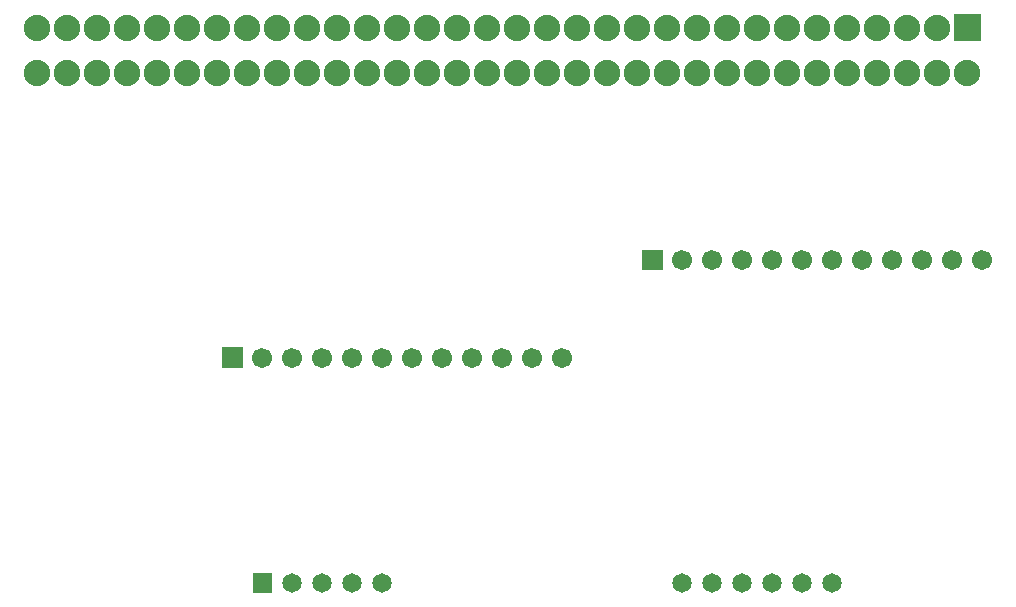
<source format=gbr>
G04 start of page 6 for group 2 layer_idx 10 *
G04 Title: (unknown), top_mask *
G04 Creator: pcb-rnd 2.3.0 *
G04 CreationDate: 2021-04-02 00:52:23 UTC *
G04 For:  *
G04 Format: Gerber/RS-274X *
G04 PCB-Dimensions: 500000 500000 *
G04 PCB-Coordinate-Origin: lower left *
%MOIN*%
%FSLAX25Y25*%
%LNTOP_MASK_NONE_2*%
%ADD42C,0.0650*%
%ADD41C,0.0670*%
%ADD40C,0.0001*%
%ADD39C,0.0880*%
G54D39*X92500Y342500D03*
Y357500D03*
X102500D03*
Y342500D03*
X112500D03*
Y357500D03*
X122500D03*
X132500D03*
X142500D03*
X152500D03*
X122500Y342500D03*
X132500D03*
X142500D03*
X152500D03*
X162500D03*
Y357500D03*
G54D40*G36*
X154100Y250900D02*Y244100D01*
X160900D01*
Y250900D01*
X154100D01*
G37*
G54D41*X167500Y247500D03*
X177500D03*
X187500D03*
X197500D03*
X207500D03*
X217500D03*
X227500D03*
X237500D03*
X247500D03*
X257500D03*
X267500D03*
G54D42*X307500Y172500D03*
X317500D03*
X327500D03*
X337500D03*
X347500D03*
X357500D03*
G54D39*X172500Y342500D03*
Y357500D03*
G54D40*G36*
X164200Y175800D02*Y169200D01*
X170800D01*
Y175800D01*
X164200D01*
G37*
G54D42*X177500Y172500D03*
X187500D03*
X197500D03*
X207500D03*
G54D39*X182500Y342500D03*
Y357500D03*
X192500D03*
X202500D03*
X212500D03*
X222500D03*
X232500D03*
X242500D03*
X252500D03*
X262500D03*
X272500D03*
X282500D03*
X292500D03*
X302500D03*
X312500D03*
X322500D03*
X332500D03*
X342500D03*
X352500D03*
X362500D03*
X372500D03*
X382500D03*
X392500D03*
G54D40*G36*
X398050Y361950D02*Y353050D01*
X406950D01*
Y361950D01*
X398050D01*
G37*
G54D39*X192500Y342500D03*
X202500D03*
X212500D03*
X222500D03*
X232500D03*
X242500D03*
X252500D03*
X262500D03*
X272500D03*
X282500D03*
X292500D03*
X302500D03*
X312500D03*
X322500D03*
X332500D03*
X342500D03*
X352500D03*
X362500D03*
X372500D03*
X382500D03*
X392500D03*
X402500D03*
G54D41*X377500Y280000D03*
X407500D03*
X397500D03*
X387500D03*
X367500D03*
X357500D03*
X347500D03*
X337500D03*
X327500D03*
X317500D03*
X307500D03*
G54D40*G36*
X294100Y283400D02*Y276600D01*
X300900D01*
Y283400D01*
X294100D01*
G37*
M02*

</source>
